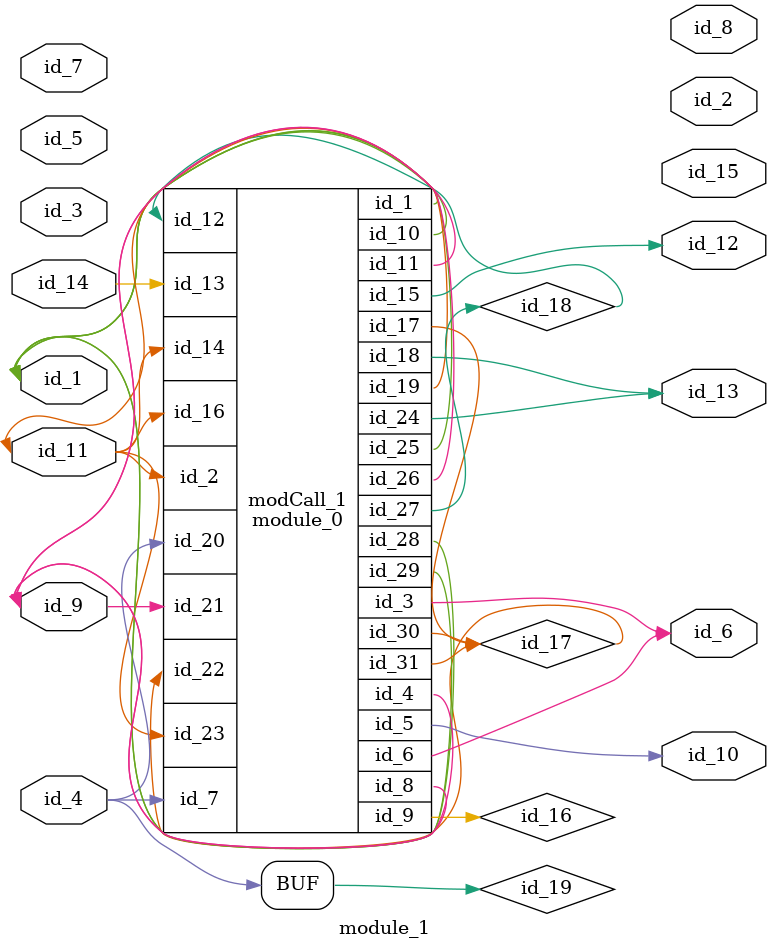
<source format=v>
module module_0 (
    id_1,
    id_2,
    id_3,
    id_4,
    id_5,
    id_6,
    id_7,
    id_8,
    id_9,
    id_10,
    id_11,
    id_12,
    id_13,
    id_14,
    id_15,
    id_16,
    id_17,
    id_18,
    id_19,
    id_20,
    id_21,
    id_22,
    id_23,
    id_24,
    id_25,
    id_26,
    id_27,
    id_28,
    id_29,
    id_30,
    id_31
);
  inout wire id_31;
  output wire id_30;
  output wire id_29;
  inout wire id_28;
  inout wire id_27;
  output wire id_26;
  inout wire id_25;
  output wire id_24;
  input wire id_23;
  input wire id_22;
  input wire id_21;
  input wire id_20;
  inout wire id_19;
  output wire id_18;
  output wire id_17;
  input wire id_16;
  output wire id_15;
  input wire id_14;
  input wire id_13;
  input wire id_12;
  inout wire id_11;
  inout wire id_10;
  inout wire id_9;
  inout wire id_8;
  input wire id_7;
  output wire id_6;
  output wire id_5;
  inout wire id_4;
  output wire id_3;
  input wire id_2;
  inout wire id_1;
  wire id_32;
  parameter id_33 = 1 << 1;
endmodule
module module_1 (
    id_1,
    id_2,
    id_3,
    id_4,
    id_5,
    id_6,
    id_7,
    id_8,
    id_9,
    id_10,
    id_11,
    id_12,
    id_13,
    id_14,
    id_15
);
  output wire id_15;
  input wire id_14;
  output wire id_13;
  output wire id_12;
  inout wire id_11;
  output wire id_10;
  inout wire id_9;
  output wire id_8;
  input wire id_7;
  output wire id_6;
  input wire id_5;
  input wire id_4;
  input wire id_3;
  output wire id_2;
  inout wire id_1;
  wire id_16, id_17, id_18, id_19 = id_4;
  module_0 modCall_1 (
      id_1,
      id_11,
      id_6,
      id_9,
      id_10,
      id_6,
      id_4,
      id_9,
      id_16,
      id_1,
      id_9,
      id_18,
      id_14,
      id_11,
      id_12,
      id_11,
      id_17,
      id_13,
      id_11,
      id_4,
      id_9,
      id_17,
      id_11,
      id_13,
      id_1,
      id_9,
      id_18,
      id_1,
      id_1,
      id_17,
      id_17
  );
endmodule

</source>
